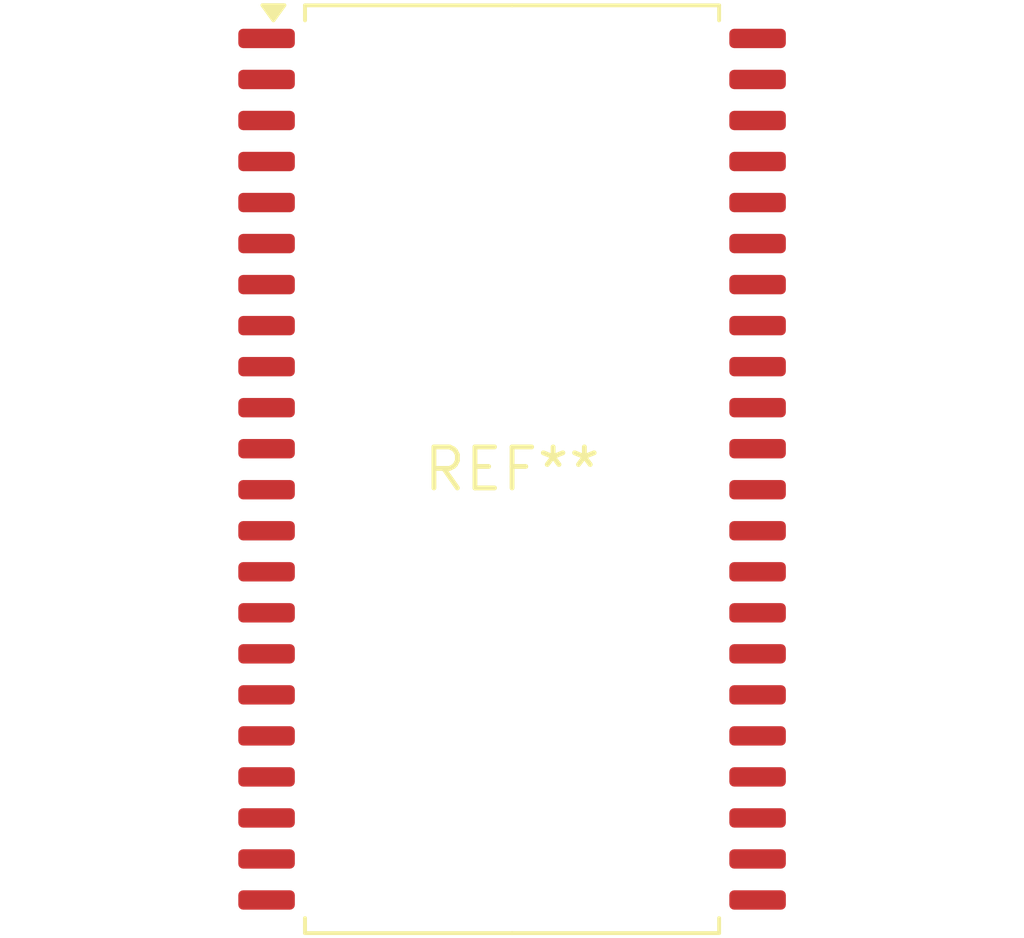
<source format=kicad_pcb>
(kicad_pcb (version 20240108) (generator pcbnew)
  (layers (0 "F.Cu" signal) (31 "B.Cu" signal) (34 "B.Paste" user) (35 "F.Paste" user) (36 "B.SilkS" user "B.Silkscreen") (37 "F.SilkS" user "F.Silkscreen") (38 "B.Mask" user) (39 "F.Mask" user) (44 "Edge.Cuts" user))
  (net 0 "")
  (footprint "SOP-44_12.6x28.5mm_P1.27mm" (layer "F.Cu") (at 0 0)
    (property "Reference" "REF**")
    (property "Value" "SOP-44_12.6x28.5mm_P1.27mm")
    (fp_line (start -6.41 -14.36) (end -6.41 -13.895) (layer "F.SilkS") (stroke (width 0.12)))
    (fp_line (start -6.41 14.36) (end -6.41 13.895) (layer "F.SilkS") (stroke (width 0.12)))
    (fp_line (start 0 -14.36) (end -6.41 -14.36) (layer "F.SilkS") (stroke (width 0.12)))
    (fp_line (start 0 -14.36) (end 6.41 -14.36) (layer "F.SilkS") (stroke (width 0.12)))
    (fp_line (start 0 14.36) (end -6.41 14.36) (layer "F.SilkS") (stroke (width 0.12)))
    (fp_line (start 0 14.36) (end 6.41 14.36) (layer "F.SilkS") (stroke (width 0.12)))
    (fp_line (start 6.41 -14.36) (end 6.41 -13.895) (layer "F.SilkS") (stroke (width 0.12)))
    (fp_line (start 6.41 14.36) (end 6.41 13.895) (layer "F.SilkS") (stroke (width 0.12)))
    (fp_poly (pts (xy -7.3875 -13.895) (xy -7.7275 -14.365) (xy -7.0475 -14.365) (xy -7.3875 -13.895)) (layer "F.SilkS") (stroke (width 0.12)) (fill solid))
    (pad "1" smd roundrect (at -7.6 -13.335) (size 1.75 0.6) (layers "F.Cu" "F.Paste" "F.Mask"))
    (pad "2" smd roundrect (at -7.6 -12.065) (size 1.75 0.6) (layers "F.Cu" "F.Paste" "F.Mask"))
    (pad "3" smd roundrect (at -7.6 -10.795) (size 1.75 0.6) (layers "F.Cu" "F.Paste" "F.Mask"))
    (pad "4" smd roundrect (at -7.6 -9.525) (size 1.75 0.6) (layers "F.Cu" "F.Paste" "F.Mask"))
    (pad "5" smd roundrect (at -7.6 -8.255) (size 1.75 0.6) (layers "F.Cu" "F.Paste" "F.Mask"))
    (pad "6" smd roundrect (at -7.6 -6.985) (size 1.75 0.6) (layers "F.Cu" "F.Paste" "F.Mask"))
    (pad "7" smd roundrect (at -7.6 -5.715) (size 1.75 0.6) (layers "F.Cu" "F.Paste" "F.Mask"))
    (pad "8" smd roundrect (at -7.6 -4.445) (size 1.75 0.6) (layers "F.Cu" "F.Paste" "F.Mask"))
    (pad "9" smd roundrect (at -7.6 -3.175) (size 1.75 0.6) (layers "F.Cu" "F.Paste" "F.Mask"))
    (pad "10" smd roundrect (at -7.6 -1.905) (size 1.75 0.6) (layers "F.Cu" "F.Paste" "F.Mask"))
    (pad "11" smd roundrect (at -7.6 -0.635) (size 1.75 0.6) (layers "F.Cu" "F.Paste" "F.Mask"))
    (pad "12" smd roundrect (at -7.6 0.635) (size 1.75 0.6) (layers "F.Cu" "F.Paste" "F.Mask"))
    (pad "13" smd roundrect (at -7.6 1.905) (size 1.75 0.6) (layers "F.Cu" "F.Paste" "F.Mask"))
    (pad "14" smd roundrect (at -7.6 3.175) (size 1.75 0.6) (layers "F.Cu" "F.Paste" "F.Mask"))
    (pad "15" smd roundrect (at -7.6 4.445) (size 1.75 0.6) (layers "F.Cu" "F.Paste" "F.Mask"))
    (pad "16" smd roundrect (at -7.6 5.715) (size 1.75 0.6) (layers "F.Cu" "F.Paste" "F.Mask"))
    (pad "17" smd roundrect (at -7.6 6.985) (size 1.75 0.6) (layers "F.Cu" "F.Paste" "F.Mask"))
    (pad "18" smd roundrect (at -7.6 8.255) (size 1.75 0.6) (layers "F.Cu" "F.Paste" "F.Mask"))
    (pad "19" smd roundrect (at -7.6 9.525) (size 1.75 0.6) (layers "F.Cu" "F.Paste" "F.Mask"))
    (pad "20" smd roundrect (at -7.6 10.795) (size 1.75 0.6) (layers "F.Cu" "F.Paste" "F.Mask"))
    (pad "21" smd roundrect (at -7.6 12.065) (size 1.75 0.6) (layers "F.Cu" "F.Paste" "F.Mask"))
    (pad "22" smd roundrect (at -7.6 13.335) (size 1.75 0.6) (layers "F.Cu" "F.Paste" "F.Mask"))
    (pad "23" smd roundrect (at 7.6 13.335) (size 1.75 0.6) (layers "F.Cu" "F.Paste" "F.Mask"))
    (pad "24" smd roundrect (at 7.6 12.065) (size 1.75 0.6) (layers "F.Cu" "F.Paste" "F.Mask"))
    (pad "25" smd roundrect (at 7.6 10.795) (size 1.75 0.6) (layers "F.Cu" "F.Paste" "F.Mask"))
    (pad "26" smd roundrect (at 7.6 9.525) (size 1.75 0.6) (layers "F.Cu" "F.Paste" "F.Mask"))
    (pad "27" smd roundrect (at 7.6 8.255) (size 1.75 0.6) (layers "F.Cu" "F.Paste" "F.Mask"))
    (pad "28" smd roundrect (at 7.6 6.985) (size 1.75 0.6) (layers "F.Cu" "F.Paste" "F.Mask"))
    (pad "29" smd roundrect (at 7.6 5.715) (size 1.75 0.6) (layers "F.Cu" "F.Paste" "F.Mask"))
    (pad "30" smd roundrect (at 7.6 4.445) (size 1.75 0.6) (layers "F.Cu" "F.Paste" "F.Mask"))
    (pad "31" smd roundrect (at 7.6 3.175) (size 1.75 0.6) (layers "F.Cu" "F.Paste" "F.Mask"))
    (pad "32" smd roundrect (at 7.6 1.905) (size 1.75 0.6) (layers "F.Cu" "F.Paste" "F.Mask"))
    (pad "33" smd roundrect (at 7.6 0.635) (size 1.75 0.6) (layers "F.Cu" "F.Paste" "F.Mask"))
    (pad "34" smd roundrect (at 7.6 -0.635) (size 1.75 0.6) (layers "F.Cu" "F.Paste" "F.Mask"))
    (pad "35" smd roundrect (at 7.6 -1.905) (size 1.75 0.6) (layers "F.Cu" "F.Paste" "F.Mask"))
    (pad "36" smd roundrect (at 7.6 -3.175) (size 1.75 0.6) (layers "F.Cu" "F.Paste" "F.Mask"))
    (pad "37" smd roundrect (at 7.6 -4.445) (size 1.75 0.6) (layers "F.Cu" "F.Paste" "F.Mask"))
    (pad "38" smd roundrect (at 7.6 -5.715) (size 1.75 0.6) (layers "F.Cu" "F.Paste" "F.Mask"))
    (pad "39" smd roundrect (at 7.6 -6.985) (size 1.75 0.6) (layers "F.Cu" "F.Paste" "F.Mask"))
    (pad "40" smd roundrect (at 7.6 -8.255) (size 1.75 0.6) (layers "F.Cu" "F.Paste" "F.Mask"))
    (pad "41" smd roundrect (at 7.6 -9.525) (size 1.75 0.6) (layers "F.Cu" "F.Paste" "F.Mask"))
    (pad "42" smd roundrect (at 7.6 -10.795) (size 1.75 0.6) (layers "F.Cu" "F.Paste" "F.Mask"))
    (pad "43" smd roundrect (at 7.6 -12.065) (size 1.75 0.6) (layers "F.Cu" "F.Paste" "F.Mask"))
    (pad "44" smd roundrect (at 7.6 -13.335) (size 1.75 0.6) (layers "F.Cu" "F.Paste" "F.Mask"))
  )
)
</source>
